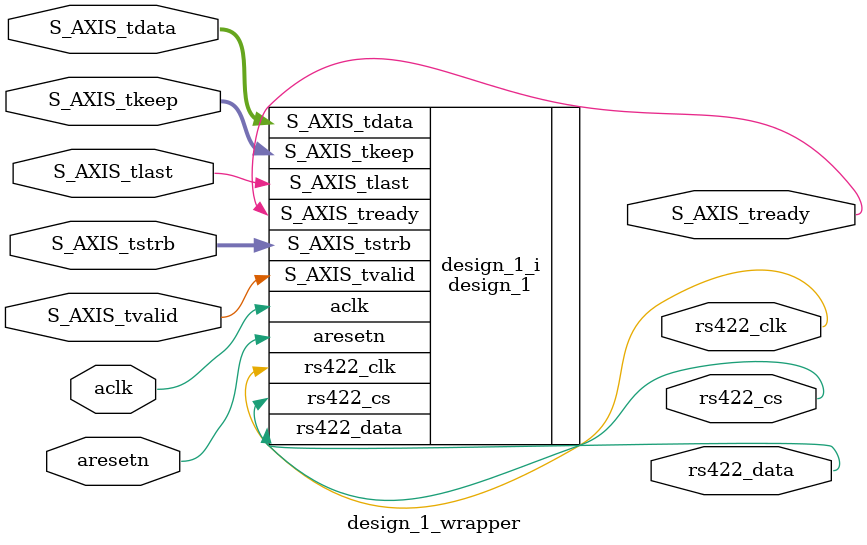
<source format=v>
`timescale 1 ps / 1 ps

module design_1_wrapper
   (S_AXIS_tdata,
    S_AXIS_tkeep,
    S_AXIS_tlast,
    S_AXIS_tready,
    S_AXIS_tstrb,
    S_AXIS_tvalid,
    aclk,
    aresetn,
    rs422_clk,
    rs422_cs,
    rs422_data);
  input [31:0]S_AXIS_tdata;
  input [3:0]S_AXIS_tkeep;
  input S_AXIS_tlast;
  output S_AXIS_tready;
  input [3:0]S_AXIS_tstrb;
  input S_AXIS_tvalid;
  input aclk;
  input aresetn;
  output rs422_clk;
  output rs422_cs;
  output rs422_data;

  wire [31:0]S_AXIS_tdata;
  wire [3:0]S_AXIS_tkeep;
  wire S_AXIS_tlast;
  wire S_AXIS_tready;
  wire [3:0]S_AXIS_tstrb;
  wire S_AXIS_tvalid;
  wire aclk;
  wire aresetn;
  wire rs422_clk;
  wire rs422_cs;
  wire rs422_data;

  design_1 design_1_i
       (.S_AXIS_tdata(S_AXIS_tdata),
        .S_AXIS_tkeep(S_AXIS_tkeep),
        .S_AXIS_tlast(S_AXIS_tlast),
        .S_AXIS_tready(S_AXIS_tready),
        .S_AXIS_tstrb(S_AXIS_tstrb),
        .S_AXIS_tvalid(S_AXIS_tvalid),
        .aclk(aclk),
        .aresetn(aresetn),
        .rs422_clk(rs422_clk),
        .rs422_cs(rs422_cs),
        .rs422_data(rs422_data));
endmodule

</source>
